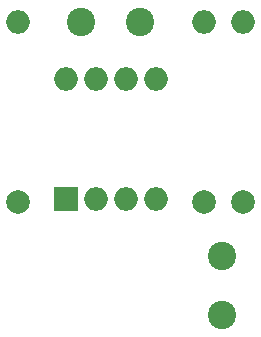
<source format=gbs>
G04 #@! TF.GenerationSoftware,KiCad,Pcbnew,(5.1.5)-3*
G04 #@! TF.CreationDate,2020-06-08T15:17:39-04:00*
G04 #@! TF.ProjectId,Vextrex Buzz Fix,56657874-7265-4782-9042-757a7a204669,rev?*
G04 #@! TF.SameCoordinates,Original*
G04 #@! TF.FileFunction,Soldermask,Bot*
G04 #@! TF.FilePolarity,Negative*
%FSLAX46Y46*%
G04 Gerber Fmt 4.6, Leading zero omitted, Abs format (unit mm)*
G04 Created by KiCad (PCBNEW (5.1.5)-3) date 2020-06-08 15:17:39*
%MOMM*%
%LPD*%
G04 APERTURE LIST*
%ADD10R,2.000000X2.000000*%
%ADD11O,2.000000X2.000000*%
%ADD12C,2.400000*%
%ADD13C,2.000000*%
G04 APERTURE END LIST*
D10*
X149860000Y-115570000D03*
D11*
X157480000Y-105410000D03*
X152400000Y-115570000D03*
X154940000Y-105410000D03*
X154940000Y-115570000D03*
X152400000Y-105410000D03*
X157480000Y-115570000D03*
X149860000Y-105410000D03*
D12*
X151130000Y-100584000D03*
X156130000Y-100584000D03*
X163068000Y-120396000D03*
X163068000Y-125396000D03*
D13*
X161544000Y-115824000D03*
D11*
X161544000Y-100584000D03*
D13*
X164846000Y-115824000D03*
D11*
X164846000Y-100584000D03*
D13*
X145796000Y-115824000D03*
D11*
X145796000Y-100584000D03*
M02*

</source>
